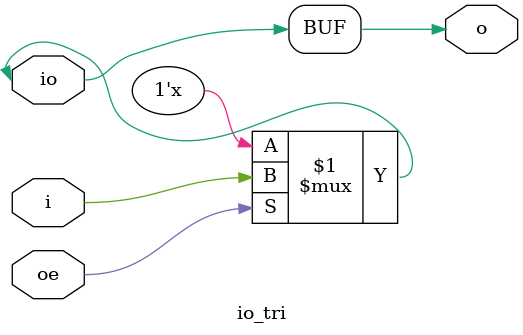
<source format=sv>

`define C0_PIN0_SPIMCLK

`define C0_PIN1_SPIMCSN
//`define C0_PIN1_SDA

//`define C0_PIN2_SPIMSDO
//`define C0_PIN2_GPIO0_I
`define C0_PIN2_GPIO0_O

`define C0_PIN3_SPIMSDI
//`define C0_PIN3_GPIO1_I
//`define C0_PIN3_GPIO1_O

//`define C0_PIN4_PWM
`define C0_PIN4_GPIO2_I
//`define C0_PIN4_GPIO2_O

//`define C0_PIN5_PWM
`define C0_PIN5_GPIO3_I
//`define C0_PIN5_GPIO3_O

//`define C0_PIN6_PWM
`define C0_PIN6_GPIO4_I
//`define C0_PIN6_GPIO4_O

//`define C0_PIN7_PWM
`define C0_PIN7_GPIO5_I
//`define C0_PIN7_GPIO5_O


module io_tri
(
   input  logic i,
   output logic o,
   input  logic oe,
   inout  logic io
);

   assign io = oe ? i : 1'bZ;
   assign o  = io;

endmodule


</source>
